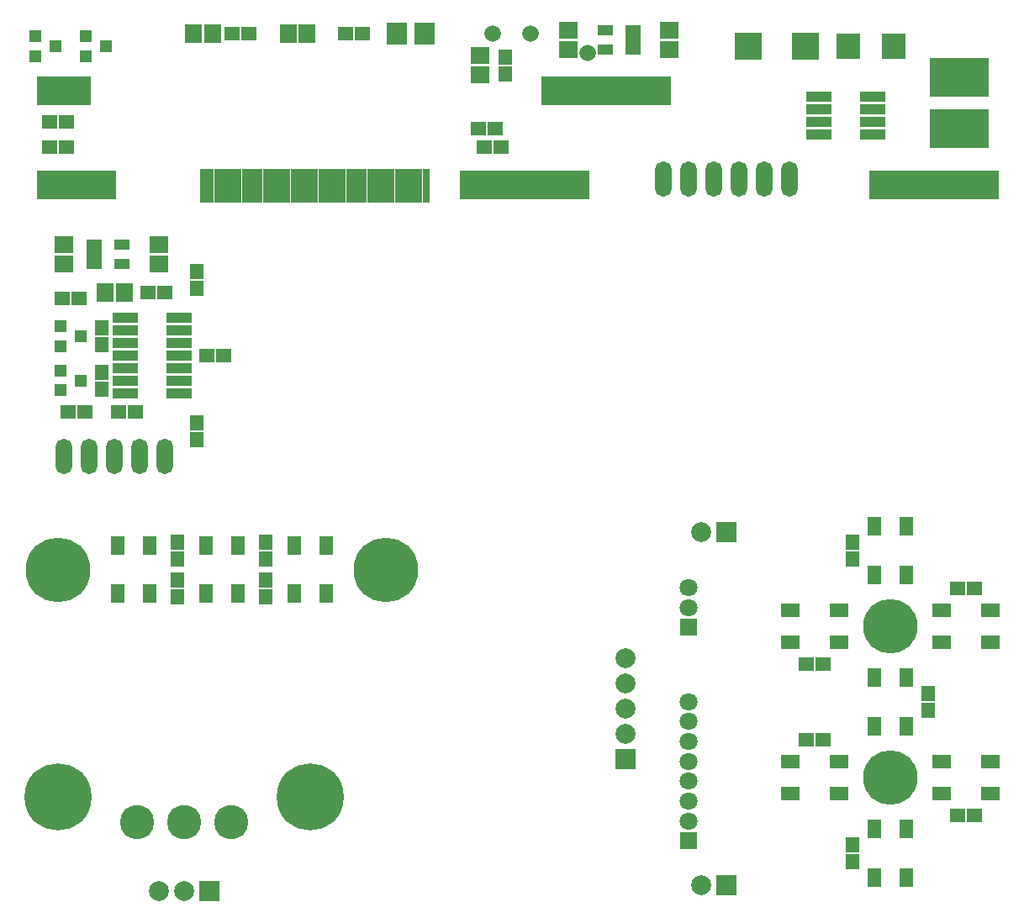
<source format=gts>
G04 #@! TF.FileFunction,Soldermask,Top*
%FSLAX46Y46*%
G04 Gerber Fmt 4.6, Leading zero omitted, Abs format (unit mm)*
G04 Created by KiCad (PCBNEW 4.0.7-e2-6376~60~ubuntu17.10.1) date Tue Aug 14 05:52:14 2018*
%MOMM*%
%LPD*%
G01*
G04 APERTURE LIST*
%ADD10C,0.350000*%
%ADD11R,1.600000X1.050000*%
%ADD12R,1.400000X1.500000*%
%ADD13R,1.700000X1.900000*%
%ADD14R,1.500000X1.400000*%
%ADD15R,1.900000X1.700000*%
%ADD16O,1.670000X3.575000*%
%ADD17R,2.600000X1.000000*%
%ADD18R,1.300000X1.200000*%
%ADD19R,1.400000X1.900000*%
%ADD20C,6.496000*%
%ADD21R,0.800000X3.400000*%
%ADD22R,2.000000X2.200000*%
%ADD23R,2.800000X2.800000*%
%ADD24R,2.432000X2.584400*%
%ADD25R,13.100000X2.940000*%
%ADD26R,8.020000X2.940000*%
%ADD27R,5.900000X3.900000*%
%ADD28C,1.670000*%
%ADD29R,5.480000X2.940000*%
%ADD30C,6.750000*%
%ADD31R,2.000000X2.000000*%
%ADD32C,2.000000*%
%ADD33C,3.448000*%
%ADD34R,1.900000X1.400000*%
%ADD35C,5.480000*%
%ADD36R,1.800000X1.800000*%
%ADD37C,1.800000*%
G04 APERTURE END LIST*
D10*
D11*
X107820000Y-79060000D03*
X107820000Y-80010000D03*
X107820000Y-80960000D03*
X110620000Y-80960000D03*
X110620000Y-79060000D03*
D12*
X108585000Y-89115000D03*
X108585000Y-87415000D03*
D13*
X110805000Y-83820000D03*
X108905000Y-83820000D03*
D14*
X113235000Y-83820000D03*
X114935000Y-83820000D03*
D15*
X104775000Y-80960000D03*
X104775000Y-79060000D03*
X114300000Y-80960000D03*
X114300000Y-79060000D03*
D16*
X104775000Y-100330000D03*
X107315000Y-100330000D03*
X109855000Y-100330000D03*
X114935000Y-100330000D03*
X112395000Y-100330000D03*
D14*
X104560000Y-84455000D03*
X106260000Y-84455000D03*
X110275000Y-95885000D03*
X111975000Y-95885000D03*
X105195000Y-95885000D03*
X106895000Y-95885000D03*
X119165000Y-90170000D03*
X120865000Y-90170000D03*
D12*
X118110000Y-96940000D03*
X118110000Y-98640000D03*
X118110000Y-83400000D03*
X118110000Y-81700000D03*
X108585000Y-93560000D03*
X108585000Y-91860000D03*
D17*
X110965000Y-87630000D03*
X116365000Y-87630000D03*
X110965000Y-86360000D03*
X110965000Y-88900000D03*
X110965000Y-90170000D03*
X116365000Y-86360000D03*
X116365000Y-88900000D03*
X116365000Y-90170000D03*
X110965000Y-91440000D03*
X110965000Y-92710000D03*
X110965000Y-93980000D03*
X116365000Y-91440000D03*
X116365000Y-92710000D03*
X116365000Y-93980000D03*
D18*
X104410000Y-87265000D03*
X104410000Y-89265000D03*
X106410000Y-88265000D03*
X104410000Y-91710000D03*
X104410000Y-93710000D03*
X106410000Y-92710000D03*
D19*
X110160000Y-109310000D03*
X110160000Y-114210000D03*
X113360000Y-114210000D03*
X113360000Y-109310000D03*
X119050000Y-109310000D03*
X119050000Y-114210000D03*
X122250000Y-114210000D03*
X122250000Y-109310000D03*
X131140000Y-114210000D03*
X131140000Y-109310000D03*
X127940000Y-109310000D03*
X127940000Y-114210000D03*
D20*
X137160000Y-111760000D03*
X104140000Y-111760000D03*
D12*
X116205000Y-110705000D03*
X116205000Y-109005000D03*
X125095000Y-109005000D03*
X125095000Y-110705000D03*
X125095000Y-114515000D03*
X125095000Y-112815000D03*
X116205000Y-112815000D03*
X116205000Y-114515000D03*
D15*
X165735000Y-59370000D03*
X165735000Y-57470000D03*
X155575000Y-57470000D03*
X155575000Y-59370000D03*
D18*
X106950000Y-58055000D03*
X106950000Y-60055000D03*
X108950000Y-59055000D03*
X101870000Y-58055000D03*
X101870000Y-60055000D03*
X103870000Y-59055000D03*
D11*
X162055000Y-59370000D03*
X162055000Y-58420000D03*
X162055000Y-57470000D03*
X159255000Y-57470000D03*
X159255000Y-59370000D03*
D21*
X129310000Y-73067600D03*
X128610000Y-73067600D03*
X127910000Y-73067600D03*
X127210000Y-73067600D03*
X126510000Y-73067600D03*
X125810000Y-73067600D03*
X125110000Y-73067600D03*
X124410000Y-73067600D03*
X123710000Y-73067600D03*
X123010000Y-73067600D03*
X122310000Y-73067600D03*
X121610000Y-73067600D03*
X120910000Y-73067600D03*
X120210000Y-73067600D03*
X119510000Y-73067600D03*
X139110000Y-73067600D03*
X138410000Y-73067600D03*
X137710000Y-73067600D03*
X137010000Y-73067600D03*
X136310000Y-73067600D03*
X135610000Y-73067600D03*
X134910000Y-73067600D03*
X134210000Y-73067600D03*
X133510000Y-73067600D03*
X132810000Y-73067600D03*
X132110000Y-73067600D03*
X131410000Y-73067600D03*
X130710000Y-73067600D03*
X130010000Y-73067600D03*
X139810000Y-73067600D03*
X140510000Y-73067600D03*
X141210000Y-73067600D03*
X118810000Y-73067600D03*
D13*
X119695000Y-57785000D03*
X117795000Y-57785000D03*
D22*
X138300000Y-57785000D03*
X141100000Y-57785000D03*
D14*
X121705000Y-57785000D03*
X123405000Y-57785000D03*
D15*
X146685000Y-61910000D03*
X146685000Y-60010000D03*
D13*
X127320000Y-57785000D03*
X129220000Y-57785000D03*
D12*
X149225000Y-60110000D03*
X149225000Y-61810000D03*
D23*
X179430000Y-59055000D03*
X173630000Y-59055000D03*
D24*
X188341000Y-59055000D03*
X183769000Y-59055000D03*
D16*
X177800000Y-72390000D03*
X175260000Y-72390000D03*
X172720000Y-72390000D03*
X170180000Y-72390000D03*
X167640000Y-72390000D03*
X165100000Y-72390000D03*
D25*
X192405000Y-73025000D03*
X151130000Y-73025000D03*
X159385000Y-63500000D03*
D26*
X106045000Y-73025000D03*
D27*
X194945000Y-67370000D03*
X194945000Y-62170000D03*
D14*
X133135000Y-57785000D03*
X134835000Y-57785000D03*
X104990000Y-69215000D03*
X103290000Y-69215000D03*
X104990000Y-66675000D03*
X103290000Y-66675000D03*
X148805000Y-69215000D03*
X147105000Y-69215000D03*
D28*
X151765000Y-57785000D03*
X147955000Y-57785000D03*
D17*
X186215000Y-66675000D03*
X180815000Y-66675000D03*
X186215000Y-67945000D03*
X186215000Y-65405000D03*
X186215000Y-64135000D03*
X180815000Y-67945000D03*
X180815000Y-65405000D03*
X180815000Y-64135000D03*
D29*
X104775000Y-63500000D03*
D14*
X148170000Y-67310000D03*
X146470000Y-67310000D03*
D28*
X157480000Y-59690000D03*
D30*
X129540000Y-134620000D03*
X104140000Y-134620000D03*
D31*
X119380000Y-144145000D03*
D32*
X116840000Y-144145000D03*
X114300000Y-144145000D03*
D33*
X121589800Y-137160000D03*
X116840000Y-137160000D03*
X112090200Y-137160000D03*
D34*
X198030000Y-131115000D03*
X193130000Y-131115000D03*
X193130000Y-134315000D03*
X198030000Y-134315000D03*
D19*
X189560000Y-142785000D03*
X189560000Y-137885000D03*
X186360000Y-137885000D03*
X186360000Y-142785000D03*
D34*
X177890000Y-134315000D03*
X182790000Y-134315000D03*
X182790000Y-131115000D03*
X177890000Y-131115000D03*
D35*
X187960000Y-132715000D03*
D19*
X186360000Y-122645000D03*
X186360000Y-127545000D03*
X189560000Y-127545000D03*
X189560000Y-122645000D03*
X189560000Y-112305000D03*
X189560000Y-107405000D03*
X186360000Y-107405000D03*
X186360000Y-112305000D03*
D35*
X187960000Y-117475000D03*
D34*
X193130000Y-119075000D03*
X198030000Y-119075000D03*
X198030000Y-115875000D03*
X193130000Y-115875000D03*
X182790000Y-115875000D03*
X177890000Y-115875000D03*
X177890000Y-119075000D03*
X182790000Y-119075000D03*
D12*
X184150000Y-110705000D03*
X184150000Y-109005000D03*
D14*
X194730000Y-113665000D03*
X196430000Y-113665000D03*
X196430000Y-136525000D03*
X194730000Y-136525000D03*
D12*
X184150000Y-141185000D03*
X184150000Y-139485000D03*
D14*
X179490000Y-128905000D03*
X181190000Y-128905000D03*
X181190000Y-121285000D03*
X179490000Y-121285000D03*
D12*
X191770000Y-124245000D03*
X191770000Y-125945000D03*
D31*
X171450000Y-143510000D03*
D32*
X168910000Y-143510000D03*
D31*
X171450000Y-107950000D03*
D32*
X168910000Y-107950000D03*
D36*
X167640000Y-139080000D03*
D37*
X167640000Y-137080000D03*
X167640000Y-135080000D03*
X167640000Y-133080000D03*
X167640000Y-131080000D03*
X167640000Y-129080000D03*
X167640000Y-127080000D03*
X167640000Y-125080000D03*
D36*
X167640000Y-117570000D03*
D37*
X167640000Y-115570000D03*
X167640000Y-113570000D03*
D31*
X161290000Y-130810000D03*
D32*
X161290000Y-128270000D03*
X161290000Y-125730000D03*
X161290000Y-123190000D03*
X161290000Y-120650000D03*
M02*

</source>
